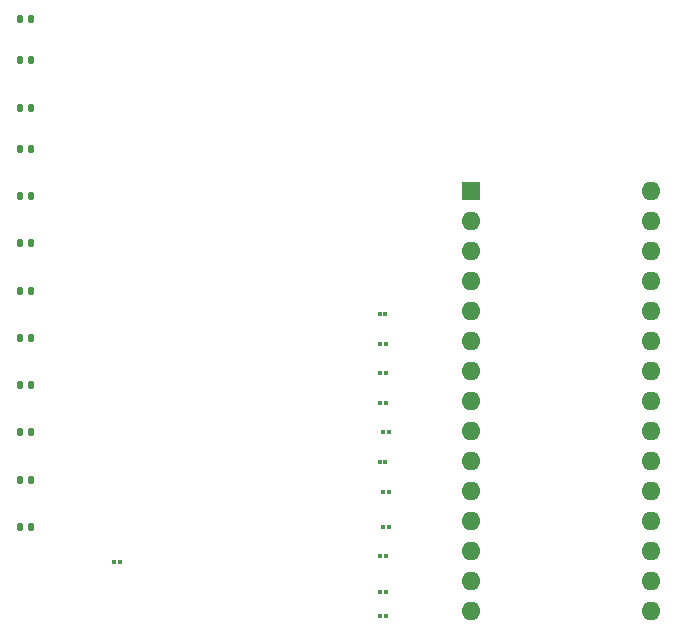
<source format=gbr>
%TF.GenerationSoftware,KiCad,Pcbnew,8.0.3*%
%TF.CreationDate,2024-08-30T12:54:20-04:00*%
%TF.ProjectId,matrix,6d617472-6978-42e6-9b69-6361645f7063,rev?*%
%TF.SameCoordinates,Original*%
%TF.FileFunction,Soldermask,Top*%
%TF.FilePolarity,Negative*%
%FSLAX46Y46*%
G04 Gerber Fmt 4.6, Leading zero omitted, Abs format (unit mm)*
G04 Created by KiCad (PCBNEW 8.0.3) date 2024-08-30 12:54:20*
%MOMM*%
%LPD*%
G01*
G04 APERTURE LIST*
G04 Aperture macros list*
%AMRoundRect*
0 Rectangle with rounded corners*
0 $1 Rounding radius*
0 $2 $3 $4 $5 $6 $7 $8 $9 X,Y pos of 4 corners*
0 Add a 4 corners polygon primitive as box body*
4,1,4,$2,$3,$4,$5,$6,$7,$8,$9,$2,$3,0*
0 Add four circle primitives for the rounded corners*
1,1,$1+$1,$2,$3*
1,1,$1+$1,$4,$5*
1,1,$1+$1,$6,$7*
1,1,$1+$1,$8,$9*
0 Add four rect primitives between the rounded corners*
20,1,$1+$1,$2,$3,$4,$5,0*
20,1,$1+$1,$4,$5,$6,$7,0*
20,1,$1+$1,$6,$7,$8,$9,0*
20,1,$1+$1,$8,$9,$2,$3,0*%
G04 Aperture macros list end*
%ADD10RoundRect,0.147500X-0.147500X-0.172500X0.147500X-0.172500X0.147500X0.172500X-0.147500X0.172500X0*%
%ADD11RoundRect,0.075000X-0.125000X-0.075000X0.125000X-0.075000X0.125000X0.075000X-0.125000X0.075000X0*%
%ADD12R,1.600000X1.600000*%
%ADD13O,1.600000X1.600000*%
G04 APERTURE END LIST*
D10*
%TO.C,D10*%
X48500000Y-81000000D03*
X49470000Y-81000000D03*
%TD*%
%TO.C,D11*%
X48515000Y-77000000D03*
X49485000Y-77000000D03*
%TD*%
D11*
%TO.C,R8*%
X79250000Y-108500000D03*
X79750000Y-108500000D03*
%TD*%
%TO.C,R4*%
X79000000Y-119000000D03*
X79500000Y-119000000D03*
%TD*%
%TO.C,R5*%
X79250000Y-116500000D03*
X79750000Y-116500000D03*
%TD*%
%TO.C,R6*%
X79250000Y-113500000D03*
X79750000Y-113500000D03*
%TD*%
D10*
%TO.C,D8*%
X48515000Y-88500000D03*
X49485000Y-88500000D03*
%TD*%
D11*
%TO.C,R10*%
X79000000Y-103500000D03*
X79500000Y-103500000D03*
%TD*%
D10*
%TO.C,D1*%
X48515000Y-116500000D03*
X49485000Y-116500000D03*
%TD*%
D12*
%TO.C,A1*%
X86745000Y-88090000D03*
D13*
X86745000Y-90630000D03*
X86745000Y-93170000D03*
X86745000Y-95710000D03*
X86745000Y-98250000D03*
X86745000Y-100790000D03*
X86745000Y-103330000D03*
X86745000Y-105870000D03*
X86745000Y-108410000D03*
X86745000Y-110950000D03*
X86745000Y-113490000D03*
X86745000Y-116030000D03*
X86745000Y-118570000D03*
X86745000Y-121110000D03*
X86745000Y-123650000D03*
X101985000Y-123650000D03*
X101985000Y-121110000D03*
X101985000Y-118570000D03*
X101985000Y-116030000D03*
X101985000Y-113490000D03*
X101985000Y-110950000D03*
X101985000Y-108410000D03*
X101985000Y-105870000D03*
X101985000Y-103330000D03*
X101985000Y-100790000D03*
X101985000Y-98250000D03*
X101985000Y-95710000D03*
X101985000Y-93170000D03*
X101985000Y-90630000D03*
X101985000Y-88090000D03*
%TD*%
D10*
%TO.C,D5*%
X48530000Y-100500000D03*
X49500000Y-100500000D03*
%TD*%
D11*
%TO.C,R12*%
X78975000Y-98500000D03*
X79475000Y-98500000D03*
%TD*%
D10*
%TO.C,D2*%
X48530000Y-112500000D03*
X49500000Y-112500000D03*
%TD*%
%TO.C,D3*%
X48530000Y-108500000D03*
X49500000Y-108500000D03*
%TD*%
D11*
%TO.C,R2*%
X79000000Y-124000000D03*
X79500000Y-124000000D03*
%TD*%
D10*
%TO.C,D7*%
X48500000Y-92500000D03*
X49470000Y-92500000D03*
%TD*%
D11*
%TO.C,R9*%
X79000000Y-106000000D03*
X79500000Y-106000000D03*
%TD*%
%TO.C,R11*%
X79000000Y-101000000D03*
X79500000Y-101000000D03*
%TD*%
D10*
%TO.C,D6*%
X48515000Y-96500000D03*
X49485000Y-96500000D03*
%TD*%
D11*
%TO.C,R1*%
X56500000Y-119500000D03*
X57000000Y-119500000D03*
%TD*%
D10*
%TO.C,D12*%
X48530000Y-73500000D03*
X49500000Y-73500000D03*
%TD*%
D11*
%TO.C,R3*%
X79000000Y-122000000D03*
X79500000Y-122000000D03*
%TD*%
D10*
%TO.C,D9*%
X48515000Y-84500000D03*
X49485000Y-84500000D03*
%TD*%
D11*
%TO.C,R7*%
X78975000Y-111000000D03*
X79475000Y-111000000D03*
%TD*%
D10*
%TO.C,D4*%
X48500000Y-104500000D03*
X49470000Y-104500000D03*
%TD*%
M02*

</source>
